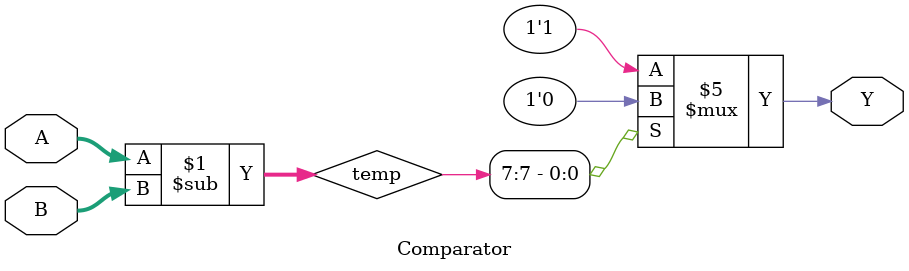
<source format=v>
module Comparator(
  input [7:0] A, B, 
  output reg Y
);
  wire [7:0] temp;
  assign temp = A - B;
  
  always @(*) begin
    if (temp[7] == 1'b1)
      Y = 1'b0;
    else
      Y = 1'b1;
  end

endmodule

</source>
